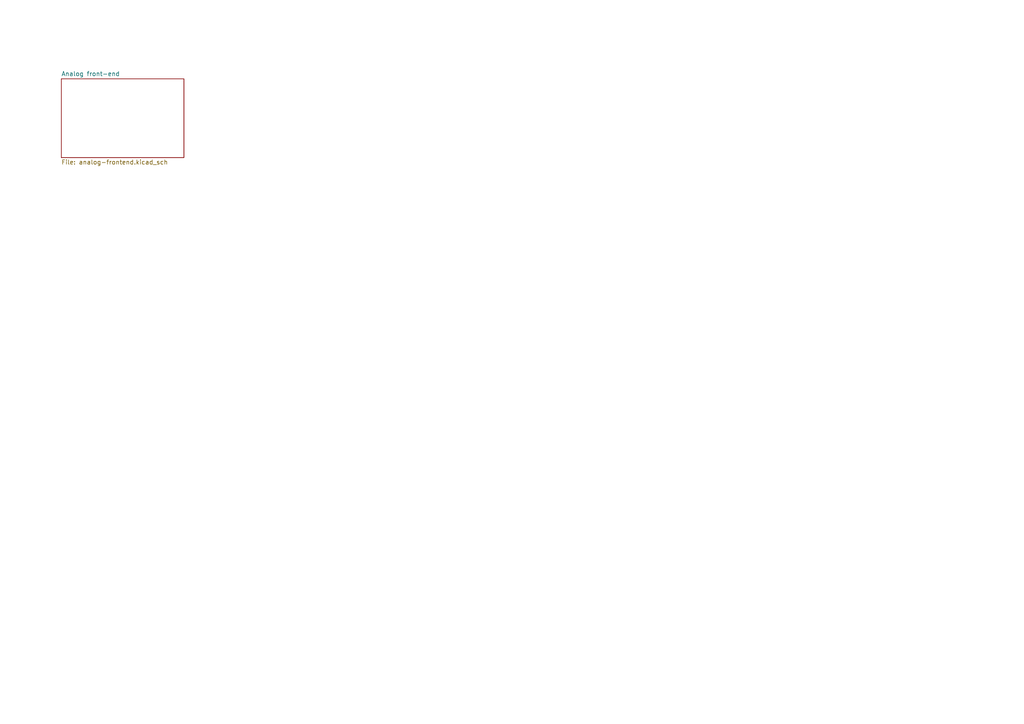
<source format=kicad_sch>
(kicad_sch (version 20230121) (generator eeschema)
  (paper "A4")
  (title_block (title "Analog front-end of oscilloscope") (date "2023-09-10") (rev "A") (company "Daniel Židek") (comment 1 "ModIns Osciloskop"))
  (lib_symbols)
  (sheet (at 17.78 22.86) (size 35.56 22.86) (stroke (width 0.1524))
    (property "Sheetname" "Analog front-end" (at 17.78 22.1484 0) (effects (justify left bottom)))
    (property "Sheetfile" "analog-frontend.kicad_sch" (at 17.78 46.3046 0) (effects (justify left top)))
  )
)
</source>
